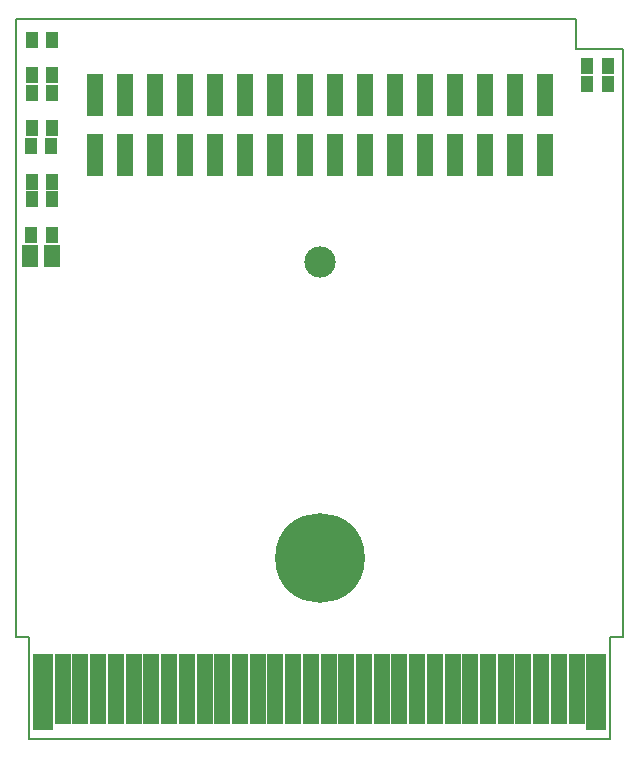
<source format=gbr>
G04 #@! TF.FileFunction,Soldermask,Top*
%FSLAX46Y46*%
G04 Gerber Fmt 4.6, Leading zero omitted, Abs format (unit mm)*
G04 Created by KiCad (PCBNEW 4.0.7-e2-6376~60~ubuntu17.10.1) date Wed Jan 17 22:57:23 2018*
%MOMM*%
%LPD*%
G01*
G04 APERTURE LIST*
%ADD10C,0.100000*%
%ADD11C,0.150000*%
%ADD12C,2.650000*%
%ADD13C,7.600000*%
%ADD14R,1.400000X3.550000*%
%ADD15R,1.070000X1.400000*%
%ADD16R,1.370000X1.900000*%
%ADD17R,1.700000X6.400000*%
%ADD18R,1.400000X5.900000*%
G04 APERTURE END LIST*
D10*
D11*
X121700000Y-39000000D02*
X121700000Y-41600000D01*
X74300000Y-39000000D02*
X121700000Y-39000000D01*
X125700000Y-41600000D02*
X121700000Y-41600000D01*
X74300000Y-91400000D02*
X74300000Y-39000000D01*
X75400000Y-91400000D02*
X74300000Y-91400000D01*
X75400000Y-100000000D02*
X75400000Y-91400000D01*
X125700000Y-91400000D02*
X125700000Y-41600000D01*
X124600000Y-91400000D02*
X125700000Y-91400000D01*
X124600000Y-100000000D02*
X124600000Y-91400000D01*
X75400000Y-100000000D02*
X124600000Y-100000000D01*
D12*
X100000000Y-59650000D03*
D13*
X100000000Y-84650000D03*
D14*
X80950000Y-50525000D03*
X80950000Y-45475000D03*
X83490000Y-50525000D03*
X83490000Y-45475000D03*
X86030000Y-50525000D03*
X86030000Y-45475000D03*
X88570000Y-50525000D03*
X88570000Y-45475000D03*
X91110000Y-50525000D03*
X91110000Y-45475000D03*
X93650000Y-50525000D03*
X93650000Y-45475000D03*
X96190000Y-50525000D03*
X96190000Y-45475000D03*
X98730000Y-50525000D03*
X98730000Y-45475000D03*
X101270000Y-50525000D03*
X101270000Y-45475000D03*
X103810000Y-50525000D03*
X103810000Y-45475000D03*
X106350000Y-50525000D03*
X106350000Y-45475000D03*
X108890000Y-50525000D03*
X108890000Y-45475000D03*
X111430000Y-50525000D03*
X111430000Y-45475000D03*
X113970000Y-50525000D03*
X113970000Y-45475000D03*
X116510000Y-50525000D03*
X116510000Y-45475000D03*
X119050000Y-50525000D03*
X119050000Y-45475000D03*
D15*
X77375000Y-43800000D03*
X75625000Y-43800000D03*
X122675000Y-43000000D03*
X124425000Y-43000000D03*
X77325000Y-57300000D03*
X75575000Y-57300000D03*
X77375000Y-48300000D03*
X75625000Y-48300000D03*
X77375000Y-52800000D03*
X75625000Y-52800000D03*
X77375000Y-40800000D03*
X75625000Y-40800000D03*
X122625000Y-44500000D03*
X124375000Y-44500000D03*
X77375000Y-54300000D03*
X75625000Y-54300000D03*
X77375000Y-45300000D03*
X75625000Y-45300000D03*
X77275000Y-49800000D03*
X75525000Y-49800000D03*
D16*
X77355000Y-59100000D03*
X75445000Y-59100000D03*
D17*
X123400000Y-96000000D03*
D18*
X121750000Y-95750000D03*
X120250000Y-95750000D03*
X118750000Y-95750000D03*
X117250000Y-95750000D03*
X115750000Y-95750000D03*
X114250000Y-95750000D03*
X112750000Y-95750000D03*
X111250000Y-95750000D03*
X109750000Y-95750000D03*
X108250000Y-95750000D03*
X106750000Y-95750000D03*
X105250000Y-95750000D03*
X103750000Y-95750000D03*
X102250000Y-95750000D03*
X100750000Y-95750000D03*
X99250000Y-95750000D03*
X97750000Y-95750000D03*
X96250000Y-95750000D03*
X94750000Y-95750000D03*
X93250000Y-95750000D03*
X91750000Y-95750000D03*
X90250000Y-95750000D03*
X88750000Y-95750000D03*
X87250000Y-95750000D03*
X85750000Y-95750000D03*
X84250000Y-95750000D03*
X82750000Y-95750000D03*
X81250000Y-95750000D03*
X79750000Y-95750000D03*
D17*
X76600000Y-96000000D03*
D18*
X78250000Y-95750000D03*
M02*

</source>
